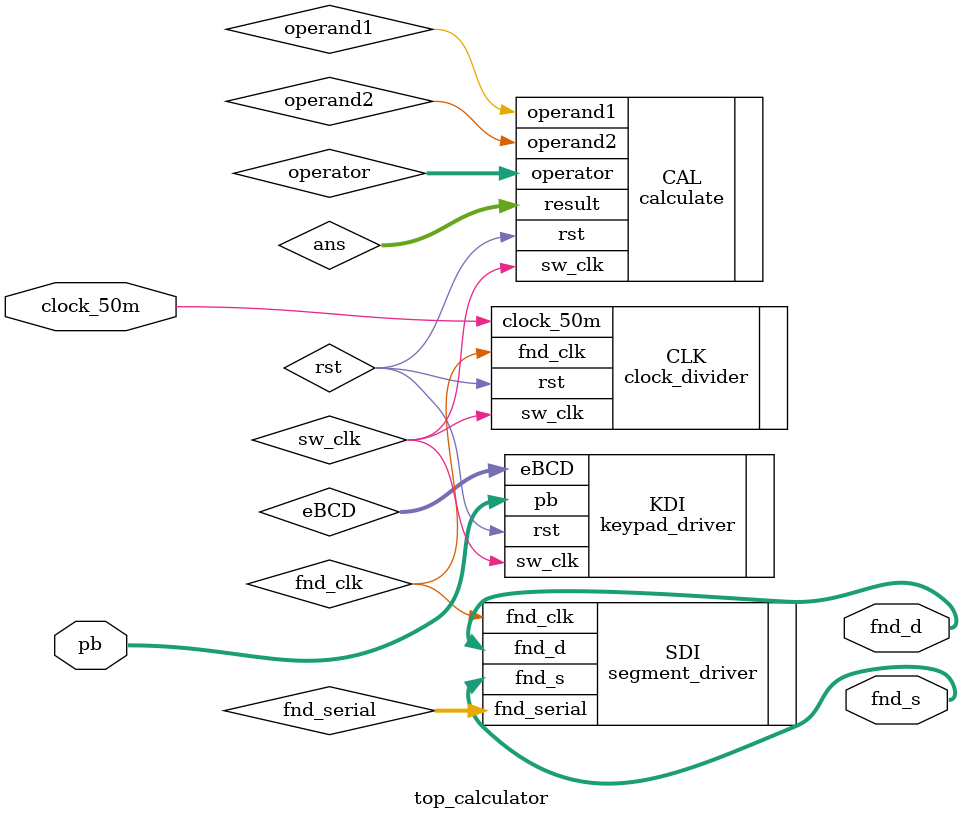
<source format=v>
module top_calculator(clock_50m, pb, fnd_s, fnd_d);
	input clock_50m;		//보드 입력 clk
	input [15:0] pb;		//16bit key pad 입력
	output [3:0] fnd_s;		//segment select negative decoder
	output [7:0] fnd_d;		//segment anode  positive decoder

	/*Clock*/
	reg sw_clk;					//2^(-21) 분주 
	wire fnd_clk;				//2^(-17) 분주

	/*key input*/
	wire [3:0]	eBCD;			//extended BCD code 키패드 입력 데이터
	wire rst;					//reset

	/*Buffer*/
	reg signBit;						//입력 버퍼 부호
	reg signed [30:0] buffer;			//입력 버퍼 절대값

	/*claculate var*/
	reg signed	[31:0]	ans;			//연산 결과
	reg signed	[31:0]	operand[0:1];	//피연산자
	reg			[2:0]	operator;		//연산자

	/*segment Transfer*/
	reg signed [31:0]	fnd_serial;		//segment 출력 데이터




	/*clock 분주*/
	clock_divider  CLK     (.clock_50m(clock_50m), .rst(rst),
							.sw_clk(sw_clk), .fnd_clk(fnd_clk));			
	/*segment 출력*/
	segment_driver SDI     (.fnd_clk(fnd_clk), .fnd_serial(fnd_serial),
							.fnd_s(fnd_s), .fnd_d(fnd_d));
	/*keypad 입력*/
	keypad_driver  KDI     (.sw_clk(sw_clk), .pb(pb),
							.eBCD(eBCD), .rst(rst));
	/*연산기+error detector*/
	calculate      CAL     (.sw_clk(sw_clk), .rst(rst), .operand1(operand1), .operand2(operand2), .operator(operator),
							.result(ans));
	

endmodule
</source>
